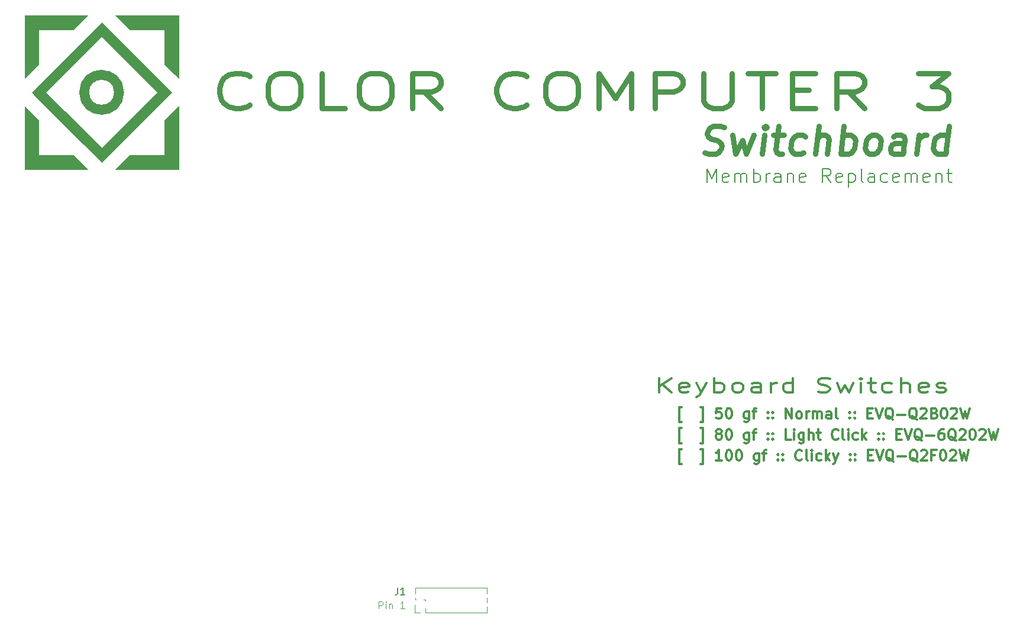
<source format=gto>
G04 #@! TF.GenerationSoftware,KiCad,Pcbnew,(5.1.10)-1*
G04 #@! TF.CreationDate,2021-10-26T21:43:45-04:00*
G04 #@! TF.ProjectId,CoCo3SwitchBoard,436f436f-3353-4776-9974-6368426f6172,1.0*
G04 #@! TF.SameCoordinates,Original*
G04 #@! TF.FileFunction,Legend,Top*
G04 #@! TF.FilePolarity,Positive*
%FSLAX46Y46*%
G04 Gerber Fmt 4.6, Leading zero omitted, Abs format (unit mm)*
G04 Created by KiCad (PCBNEW (5.1.10)-1) date 2021-10-26 21:43:45*
%MOMM*%
%LPD*%
G01*
G04 APERTURE LIST*
%ADD10C,0.125000*%
%ADD11C,0.300000*%
%ADD12C,0.100000*%
%ADD13C,1.400000*%
%ADD14C,0.150000*%
%ADD15C,0.800000*%
%ADD16C,0.120000*%
G04 APERTURE END LIST*
D10*
X129690476Y-3852380D02*
X129690476Y-2852380D01*
X130071428Y-2852380D01*
X130166666Y-2900000D01*
X130214285Y-2947619D01*
X130261904Y-3042857D01*
X130261904Y-3185714D01*
X130214285Y-3280952D01*
X130166666Y-3328571D01*
X130071428Y-3376190D01*
X129690476Y-3376190D01*
X130690476Y-3852380D02*
X130690476Y-3185714D01*
X130690476Y-2852380D02*
X130642857Y-2900000D01*
X130690476Y-2947619D01*
X130738095Y-2900000D01*
X130690476Y-2852380D01*
X130690476Y-2947619D01*
X131166666Y-3185714D02*
X131166666Y-3852380D01*
X131166666Y-3280952D02*
X131214285Y-3233333D01*
X131309523Y-3185714D01*
X131452380Y-3185714D01*
X131547619Y-3233333D01*
X131595238Y-3328571D01*
X131595238Y-3852380D01*
X133357142Y-3852380D02*
X132785714Y-3852380D01*
X133071428Y-3852380D02*
X133071428Y-2852380D01*
X132976190Y-2995238D01*
X132880952Y-3090476D01*
X132785714Y-3138095D01*
D11*
X172980714Y16821428D02*
X172623571Y16821428D01*
X172623571Y18964285D01*
X172980714Y18964285D01*
X175695000Y16821428D02*
X176052142Y16821428D01*
X176052142Y18964285D01*
X175695000Y18964285D01*
X178766428Y17321428D02*
X177909285Y17321428D01*
X178337857Y17321428D02*
X178337857Y18821428D01*
X178195000Y18607142D01*
X178052142Y18464285D01*
X177909285Y18392857D01*
X179695000Y18821428D02*
X179837857Y18821428D01*
X179980714Y18750000D01*
X180052142Y18678571D01*
X180123571Y18535714D01*
X180195000Y18250000D01*
X180195000Y17892857D01*
X180123571Y17607142D01*
X180052142Y17464285D01*
X179980714Y17392857D01*
X179837857Y17321428D01*
X179695000Y17321428D01*
X179552142Y17392857D01*
X179480714Y17464285D01*
X179409285Y17607142D01*
X179337857Y17892857D01*
X179337857Y18250000D01*
X179409285Y18535714D01*
X179480714Y18678571D01*
X179552142Y18750000D01*
X179695000Y18821428D01*
X181123571Y18821428D02*
X181266428Y18821428D01*
X181409285Y18750000D01*
X181480714Y18678571D01*
X181552142Y18535714D01*
X181623571Y18250000D01*
X181623571Y17892857D01*
X181552142Y17607142D01*
X181480714Y17464285D01*
X181409285Y17392857D01*
X181266428Y17321428D01*
X181123571Y17321428D01*
X180980714Y17392857D01*
X180909285Y17464285D01*
X180837857Y17607142D01*
X180766428Y17892857D01*
X180766428Y18250000D01*
X180837857Y18535714D01*
X180909285Y18678571D01*
X180980714Y18750000D01*
X181123571Y18821428D01*
X184052142Y18321428D02*
X184052142Y17107142D01*
X183980714Y16964285D01*
X183909285Y16892857D01*
X183766428Y16821428D01*
X183552142Y16821428D01*
X183409285Y16892857D01*
X184052142Y17392857D02*
X183909285Y17321428D01*
X183623571Y17321428D01*
X183480714Y17392857D01*
X183409285Y17464285D01*
X183337857Y17607142D01*
X183337857Y18035714D01*
X183409285Y18178571D01*
X183480714Y18250000D01*
X183623571Y18321428D01*
X183909285Y18321428D01*
X184052142Y18250000D01*
X184552142Y18321428D02*
X185123571Y18321428D01*
X184766428Y17321428D02*
X184766428Y18607142D01*
X184837857Y18750000D01*
X184980714Y18821428D01*
X185123571Y18821428D01*
X186766428Y17464285D02*
X186837857Y17392857D01*
X186766428Y17321428D01*
X186695000Y17392857D01*
X186766428Y17464285D01*
X186766428Y17321428D01*
X186766428Y18250000D02*
X186837857Y18178571D01*
X186766428Y18107142D01*
X186695000Y18178571D01*
X186766428Y18250000D01*
X186766428Y18107142D01*
X187480714Y17464285D02*
X187552142Y17392857D01*
X187480714Y17321428D01*
X187409285Y17392857D01*
X187480714Y17464285D01*
X187480714Y17321428D01*
X187480714Y18250000D02*
X187552142Y18178571D01*
X187480714Y18107142D01*
X187409285Y18178571D01*
X187480714Y18250000D01*
X187480714Y18107142D01*
X190195000Y17464285D02*
X190123571Y17392857D01*
X189909285Y17321428D01*
X189766428Y17321428D01*
X189552142Y17392857D01*
X189409285Y17535714D01*
X189337857Y17678571D01*
X189266428Y17964285D01*
X189266428Y18178571D01*
X189337857Y18464285D01*
X189409285Y18607142D01*
X189552142Y18750000D01*
X189766428Y18821428D01*
X189909285Y18821428D01*
X190123571Y18750000D01*
X190195000Y18678571D01*
X191052142Y17321428D02*
X190909285Y17392857D01*
X190837857Y17535714D01*
X190837857Y18821428D01*
X191623571Y17321428D02*
X191623571Y18321428D01*
X191623571Y18821428D02*
X191552142Y18750000D01*
X191623571Y18678571D01*
X191695000Y18750000D01*
X191623571Y18821428D01*
X191623571Y18678571D01*
X192980714Y17392857D02*
X192837857Y17321428D01*
X192552142Y17321428D01*
X192409285Y17392857D01*
X192337857Y17464285D01*
X192266428Y17607142D01*
X192266428Y18035714D01*
X192337857Y18178571D01*
X192409285Y18250000D01*
X192552142Y18321428D01*
X192837857Y18321428D01*
X192980714Y18250000D01*
X193623571Y17321428D02*
X193623571Y18821428D01*
X193766428Y17892857D02*
X194195000Y17321428D01*
X194195000Y18321428D02*
X193623571Y17750000D01*
X194695000Y18321428D02*
X195052142Y17321428D01*
X195409285Y18321428D02*
X195052142Y17321428D01*
X194909285Y16964285D01*
X194837857Y16892857D01*
X194695000Y16821428D01*
X197123571Y17464285D02*
X197195000Y17392857D01*
X197123571Y17321428D01*
X197052142Y17392857D01*
X197123571Y17464285D01*
X197123571Y17321428D01*
X197123571Y18250000D02*
X197195000Y18178571D01*
X197123571Y18107142D01*
X197052142Y18178571D01*
X197123571Y18250000D01*
X197123571Y18107142D01*
X197837857Y17464285D02*
X197909285Y17392857D01*
X197837857Y17321428D01*
X197766428Y17392857D01*
X197837857Y17464285D01*
X197837857Y17321428D01*
X197837857Y18250000D02*
X197909285Y18178571D01*
X197837857Y18107142D01*
X197766428Y18178571D01*
X197837857Y18250000D01*
X197837857Y18107142D01*
X199695000Y18107142D02*
X200195000Y18107142D01*
X200409285Y17321428D02*
X199695000Y17321428D01*
X199695000Y18821428D01*
X200409285Y18821428D01*
X200837857Y18821428D02*
X201337857Y17321428D01*
X201837857Y18821428D01*
X203337857Y17178571D02*
X203195000Y17250000D01*
X203052142Y17392857D01*
X202837857Y17607142D01*
X202695000Y17678571D01*
X202552142Y17678571D01*
X202623571Y17321428D02*
X202480714Y17392857D01*
X202337857Y17535714D01*
X202266428Y17821428D01*
X202266428Y18321428D01*
X202337857Y18607142D01*
X202480714Y18750000D01*
X202623571Y18821428D01*
X202909285Y18821428D01*
X203052142Y18750000D01*
X203195000Y18607142D01*
X203266428Y18321428D01*
X203266428Y17821428D01*
X203195000Y17535714D01*
X203052142Y17392857D01*
X202909285Y17321428D01*
X202623571Y17321428D01*
X203909285Y17892857D02*
X205052142Y17892857D01*
X206766428Y17178571D02*
X206623571Y17250000D01*
X206480714Y17392857D01*
X206266428Y17607142D01*
X206123571Y17678571D01*
X205980714Y17678571D01*
X206052142Y17321428D02*
X205909285Y17392857D01*
X205766428Y17535714D01*
X205695000Y17821428D01*
X205695000Y18321428D01*
X205766428Y18607142D01*
X205909285Y18750000D01*
X206052142Y18821428D01*
X206337857Y18821428D01*
X206480714Y18750000D01*
X206623571Y18607142D01*
X206695000Y18321428D01*
X206695000Y17821428D01*
X206623571Y17535714D01*
X206480714Y17392857D01*
X206337857Y17321428D01*
X206052142Y17321428D01*
X207266428Y18678571D02*
X207337857Y18750000D01*
X207480714Y18821428D01*
X207837857Y18821428D01*
X207980714Y18750000D01*
X208052142Y18678571D01*
X208123571Y18535714D01*
X208123571Y18392857D01*
X208052142Y18178571D01*
X207195000Y17321428D01*
X208123571Y17321428D01*
X209266428Y18107142D02*
X208766428Y18107142D01*
X208766428Y17321428D02*
X208766428Y18821428D01*
X209480714Y18821428D01*
X210337857Y18821428D02*
X210480714Y18821428D01*
X210623571Y18750000D01*
X210695000Y18678571D01*
X210766428Y18535714D01*
X210837857Y18250000D01*
X210837857Y17892857D01*
X210766428Y17607142D01*
X210695000Y17464285D01*
X210623571Y17392857D01*
X210480714Y17321428D01*
X210337857Y17321428D01*
X210195000Y17392857D01*
X210123571Y17464285D01*
X210052142Y17607142D01*
X209980714Y17892857D01*
X209980714Y18250000D01*
X210052142Y18535714D01*
X210123571Y18678571D01*
X210195000Y18750000D01*
X210337857Y18821428D01*
X211409285Y18678571D02*
X211480714Y18750000D01*
X211623571Y18821428D01*
X211980714Y18821428D01*
X212123571Y18750000D01*
X212195000Y18678571D01*
X212266428Y18535714D01*
X212266428Y18392857D01*
X212195000Y18178571D01*
X211337857Y17321428D01*
X212266428Y17321428D01*
X212766428Y18821428D02*
X213123571Y17321428D01*
X213409285Y18392857D01*
X213694999Y17321428D01*
X214052142Y18821428D01*
X172980714Y19821428D02*
X172623571Y19821428D01*
X172623571Y21964285D01*
X172980714Y21964285D01*
X175695000Y19821428D02*
X176052142Y19821428D01*
X176052142Y21964285D01*
X175695000Y21964285D01*
X178195000Y21178571D02*
X178052142Y21250000D01*
X177980714Y21321428D01*
X177909285Y21464285D01*
X177909285Y21535714D01*
X177980714Y21678571D01*
X178052142Y21750000D01*
X178195000Y21821428D01*
X178480714Y21821428D01*
X178623571Y21750000D01*
X178695000Y21678571D01*
X178766428Y21535714D01*
X178766428Y21464285D01*
X178695000Y21321428D01*
X178623571Y21250000D01*
X178480714Y21178571D01*
X178195000Y21178571D01*
X178052142Y21107142D01*
X177980714Y21035714D01*
X177909285Y20892857D01*
X177909285Y20607142D01*
X177980714Y20464285D01*
X178052142Y20392857D01*
X178195000Y20321428D01*
X178480714Y20321428D01*
X178623571Y20392857D01*
X178695000Y20464285D01*
X178766428Y20607142D01*
X178766428Y20892857D01*
X178695000Y21035714D01*
X178623571Y21107142D01*
X178480714Y21178571D01*
X179695000Y21821428D02*
X179837857Y21821428D01*
X179980714Y21750000D01*
X180052142Y21678571D01*
X180123571Y21535714D01*
X180195000Y21250000D01*
X180195000Y20892857D01*
X180123571Y20607142D01*
X180052142Y20464285D01*
X179980714Y20392857D01*
X179837857Y20321428D01*
X179695000Y20321428D01*
X179552142Y20392857D01*
X179480714Y20464285D01*
X179409285Y20607142D01*
X179337857Y20892857D01*
X179337857Y21250000D01*
X179409285Y21535714D01*
X179480714Y21678571D01*
X179552142Y21750000D01*
X179695000Y21821428D01*
X182623571Y21321428D02*
X182623571Y20107142D01*
X182552142Y19964285D01*
X182480714Y19892857D01*
X182337857Y19821428D01*
X182123571Y19821428D01*
X181980714Y19892857D01*
X182623571Y20392857D02*
X182480714Y20321428D01*
X182195000Y20321428D01*
X182052142Y20392857D01*
X181980714Y20464285D01*
X181909285Y20607142D01*
X181909285Y21035714D01*
X181980714Y21178571D01*
X182052142Y21250000D01*
X182195000Y21321428D01*
X182480714Y21321428D01*
X182623571Y21250000D01*
X183123571Y21321428D02*
X183695000Y21321428D01*
X183337857Y20321428D02*
X183337857Y21607142D01*
X183409285Y21750000D01*
X183552142Y21821428D01*
X183695000Y21821428D01*
X185337857Y20464285D02*
X185409285Y20392857D01*
X185337857Y20321428D01*
X185266428Y20392857D01*
X185337857Y20464285D01*
X185337857Y20321428D01*
X185337857Y21250000D02*
X185409285Y21178571D01*
X185337857Y21107142D01*
X185266428Y21178571D01*
X185337857Y21250000D01*
X185337857Y21107142D01*
X186052142Y20464285D02*
X186123571Y20392857D01*
X186052142Y20321428D01*
X185980714Y20392857D01*
X186052142Y20464285D01*
X186052142Y20321428D01*
X186052142Y21250000D02*
X186123571Y21178571D01*
X186052142Y21107142D01*
X185980714Y21178571D01*
X186052142Y21250000D01*
X186052142Y21107142D01*
X188623571Y20321428D02*
X187909285Y20321428D01*
X187909285Y21821428D01*
X189123571Y20321428D02*
X189123571Y21321428D01*
X189123571Y21821428D02*
X189052142Y21750000D01*
X189123571Y21678571D01*
X189195000Y21750000D01*
X189123571Y21821428D01*
X189123571Y21678571D01*
X190480714Y21321428D02*
X190480714Y20107142D01*
X190409285Y19964285D01*
X190337857Y19892857D01*
X190195000Y19821428D01*
X189980714Y19821428D01*
X189837857Y19892857D01*
X190480714Y20392857D02*
X190337857Y20321428D01*
X190052142Y20321428D01*
X189909285Y20392857D01*
X189837857Y20464285D01*
X189766428Y20607142D01*
X189766428Y21035714D01*
X189837857Y21178571D01*
X189909285Y21250000D01*
X190052142Y21321428D01*
X190337857Y21321428D01*
X190480714Y21250000D01*
X191195000Y20321428D02*
X191195000Y21821428D01*
X191837857Y20321428D02*
X191837857Y21107142D01*
X191766428Y21250000D01*
X191623571Y21321428D01*
X191409285Y21321428D01*
X191266428Y21250000D01*
X191195000Y21178571D01*
X192337857Y21321428D02*
X192909285Y21321428D01*
X192552142Y21821428D02*
X192552142Y20535714D01*
X192623571Y20392857D01*
X192766428Y20321428D01*
X192909285Y20321428D01*
X195409285Y20464285D02*
X195337857Y20392857D01*
X195123571Y20321428D01*
X194980714Y20321428D01*
X194766428Y20392857D01*
X194623571Y20535714D01*
X194552142Y20678571D01*
X194480714Y20964285D01*
X194480714Y21178571D01*
X194552142Y21464285D01*
X194623571Y21607142D01*
X194766428Y21750000D01*
X194980714Y21821428D01*
X195123571Y21821428D01*
X195337857Y21750000D01*
X195409285Y21678571D01*
X196266428Y20321428D02*
X196123571Y20392857D01*
X196052142Y20535714D01*
X196052142Y21821428D01*
X196837857Y20321428D02*
X196837857Y21321428D01*
X196837857Y21821428D02*
X196766428Y21750000D01*
X196837857Y21678571D01*
X196909285Y21750000D01*
X196837857Y21821428D01*
X196837857Y21678571D01*
X198195000Y20392857D02*
X198052142Y20321428D01*
X197766428Y20321428D01*
X197623571Y20392857D01*
X197552142Y20464285D01*
X197480714Y20607142D01*
X197480714Y21035714D01*
X197552142Y21178571D01*
X197623571Y21250000D01*
X197766428Y21321428D01*
X198052142Y21321428D01*
X198195000Y21250000D01*
X198837857Y20321428D02*
X198837857Y21821428D01*
X198980714Y20892857D02*
X199409285Y20321428D01*
X199409285Y21321428D02*
X198837857Y20750000D01*
X201195000Y20464285D02*
X201266428Y20392857D01*
X201195000Y20321428D01*
X201123571Y20392857D01*
X201195000Y20464285D01*
X201195000Y20321428D01*
X201195000Y21250000D02*
X201266428Y21178571D01*
X201195000Y21107142D01*
X201123571Y21178571D01*
X201195000Y21250000D01*
X201195000Y21107142D01*
X201909285Y20464285D02*
X201980714Y20392857D01*
X201909285Y20321428D01*
X201837857Y20392857D01*
X201909285Y20464285D01*
X201909285Y20321428D01*
X201909285Y21250000D02*
X201980714Y21178571D01*
X201909285Y21107142D01*
X201837857Y21178571D01*
X201909285Y21250000D01*
X201909285Y21107142D01*
X203766428Y21107142D02*
X204266428Y21107142D01*
X204480714Y20321428D02*
X203766428Y20321428D01*
X203766428Y21821428D01*
X204480714Y21821428D01*
X204909285Y21821428D02*
X205409285Y20321428D01*
X205909285Y21821428D01*
X207409285Y20178571D02*
X207266428Y20250000D01*
X207123571Y20392857D01*
X206909285Y20607142D01*
X206766428Y20678571D01*
X206623571Y20678571D01*
X206695000Y20321428D02*
X206552142Y20392857D01*
X206409285Y20535714D01*
X206337857Y20821428D01*
X206337857Y21321428D01*
X206409285Y21607142D01*
X206552142Y21750000D01*
X206695000Y21821428D01*
X206980714Y21821428D01*
X207123571Y21750000D01*
X207266428Y21607142D01*
X207337857Y21321428D01*
X207337857Y20821428D01*
X207266428Y20535714D01*
X207123571Y20392857D01*
X206980714Y20321428D01*
X206695000Y20321428D01*
X207980714Y20892857D02*
X209123571Y20892857D01*
X210480714Y21821428D02*
X210195000Y21821428D01*
X210052142Y21750000D01*
X209980714Y21678571D01*
X209837857Y21464285D01*
X209766428Y21178571D01*
X209766428Y20607142D01*
X209837857Y20464285D01*
X209909285Y20392857D01*
X210052142Y20321428D01*
X210337857Y20321428D01*
X210480714Y20392857D01*
X210552142Y20464285D01*
X210623571Y20607142D01*
X210623571Y20964285D01*
X210552142Y21107142D01*
X210480714Y21178571D01*
X210337857Y21250000D01*
X210052142Y21250000D01*
X209909285Y21178571D01*
X209837857Y21107142D01*
X209766428Y20964285D01*
X212266428Y20178571D02*
X212123571Y20250000D01*
X211980714Y20392857D01*
X211766428Y20607142D01*
X211623571Y20678571D01*
X211480714Y20678571D01*
X211552142Y20321428D02*
X211409285Y20392857D01*
X211266428Y20535714D01*
X211195000Y20821428D01*
X211195000Y21321428D01*
X211266428Y21607142D01*
X211409285Y21750000D01*
X211552142Y21821428D01*
X211837857Y21821428D01*
X211980714Y21750000D01*
X212123571Y21607142D01*
X212195000Y21321428D01*
X212195000Y20821428D01*
X212123571Y20535714D01*
X211980714Y20392857D01*
X211837857Y20321428D01*
X211552142Y20321428D01*
X212766428Y21678571D02*
X212837857Y21750000D01*
X212980714Y21821428D01*
X213337857Y21821428D01*
X213480714Y21750000D01*
X213552142Y21678571D01*
X213623571Y21535714D01*
X213623571Y21392857D01*
X213552142Y21178571D01*
X212695000Y20321428D01*
X213623571Y20321428D01*
X214552142Y21821428D02*
X214695000Y21821428D01*
X214837857Y21750000D01*
X214909285Y21678571D01*
X214980714Y21535714D01*
X215052142Y21250000D01*
X215052142Y20892857D01*
X214980714Y20607142D01*
X214909285Y20464285D01*
X214837857Y20392857D01*
X214695000Y20321428D01*
X214552142Y20321428D01*
X214409285Y20392857D01*
X214337857Y20464285D01*
X214266428Y20607142D01*
X214195000Y20892857D01*
X214195000Y21250000D01*
X214266428Y21535714D01*
X214337857Y21678571D01*
X214409285Y21750000D01*
X214552142Y21821428D01*
X215623571Y21678571D02*
X215695000Y21750000D01*
X215837857Y21821428D01*
X216195000Y21821428D01*
X216337857Y21750000D01*
X216409285Y21678571D01*
X216480714Y21535714D01*
X216480714Y21392857D01*
X216409285Y21178571D01*
X215552142Y20321428D01*
X216480714Y20321428D01*
X216980714Y21821428D02*
X217337857Y20321428D01*
X217623571Y21392857D01*
X217909285Y20321428D01*
X218266428Y21821428D01*
X172980714Y22821428D02*
X172623571Y22821428D01*
X172623571Y24964285D01*
X172980714Y24964285D01*
X175695000Y22821428D02*
X176052142Y22821428D01*
X176052142Y24964285D01*
X175695000Y24964285D01*
X178695000Y24821428D02*
X177980714Y24821428D01*
X177909285Y24107142D01*
X177980714Y24178571D01*
X178123571Y24250000D01*
X178480714Y24250000D01*
X178623571Y24178571D01*
X178695000Y24107142D01*
X178766428Y23964285D01*
X178766428Y23607142D01*
X178695000Y23464285D01*
X178623571Y23392857D01*
X178480714Y23321428D01*
X178123571Y23321428D01*
X177980714Y23392857D01*
X177909285Y23464285D01*
X179695000Y24821428D02*
X179837857Y24821428D01*
X179980714Y24750000D01*
X180052142Y24678571D01*
X180123571Y24535714D01*
X180195000Y24250000D01*
X180195000Y23892857D01*
X180123571Y23607142D01*
X180052142Y23464285D01*
X179980714Y23392857D01*
X179837857Y23321428D01*
X179695000Y23321428D01*
X179552142Y23392857D01*
X179480714Y23464285D01*
X179409285Y23607142D01*
X179337857Y23892857D01*
X179337857Y24250000D01*
X179409285Y24535714D01*
X179480714Y24678571D01*
X179552142Y24750000D01*
X179695000Y24821428D01*
X182623571Y24321428D02*
X182623571Y23107142D01*
X182552142Y22964285D01*
X182480714Y22892857D01*
X182337857Y22821428D01*
X182123571Y22821428D01*
X181980714Y22892857D01*
X182623571Y23392857D02*
X182480714Y23321428D01*
X182195000Y23321428D01*
X182052142Y23392857D01*
X181980714Y23464285D01*
X181909285Y23607142D01*
X181909285Y24035714D01*
X181980714Y24178571D01*
X182052142Y24250000D01*
X182195000Y24321428D01*
X182480714Y24321428D01*
X182623571Y24250000D01*
X183123571Y24321428D02*
X183695000Y24321428D01*
X183337857Y23321428D02*
X183337857Y24607142D01*
X183409285Y24750000D01*
X183552142Y24821428D01*
X183695000Y24821428D01*
X185337857Y23464285D02*
X185409285Y23392857D01*
X185337857Y23321428D01*
X185266428Y23392857D01*
X185337857Y23464285D01*
X185337857Y23321428D01*
X185337857Y24250000D02*
X185409285Y24178571D01*
X185337857Y24107142D01*
X185266428Y24178571D01*
X185337857Y24250000D01*
X185337857Y24107142D01*
X186052142Y23464285D02*
X186123571Y23392857D01*
X186052142Y23321428D01*
X185980714Y23392857D01*
X186052142Y23464285D01*
X186052142Y23321428D01*
X186052142Y24250000D02*
X186123571Y24178571D01*
X186052142Y24107142D01*
X185980714Y24178571D01*
X186052142Y24250000D01*
X186052142Y24107142D01*
X187909285Y23321428D02*
X187909285Y24821428D01*
X188766428Y23321428D01*
X188766428Y24821428D01*
X189695000Y23321428D02*
X189552142Y23392857D01*
X189480714Y23464285D01*
X189409285Y23607142D01*
X189409285Y24035714D01*
X189480714Y24178571D01*
X189552142Y24250000D01*
X189695000Y24321428D01*
X189909285Y24321428D01*
X190052142Y24250000D01*
X190123571Y24178571D01*
X190195000Y24035714D01*
X190195000Y23607142D01*
X190123571Y23464285D01*
X190052142Y23392857D01*
X189909285Y23321428D01*
X189695000Y23321428D01*
X190837857Y23321428D02*
X190837857Y24321428D01*
X190837857Y24035714D02*
X190909285Y24178571D01*
X190980714Y24250000D01*
X191123571Y24321428D01*
X191266428Y24321428D01*
X191766428Y23321428D02*
X191766428Y24321428D01*
X191766428Y24178571D02*
X191837857Y24250000D01*
X191980714Y24321428D01*
X192195000Y24321428D01*
X192337857Y24250000D01*
X192409285Y24107142D01*
X192409285Y23321428D01*
X192409285Y24107142D02*
X192480714Y24250000D01*
X192623571Y24321428D01*
X192837857Y24321428D01*
X192980714Y24250000D01*
X193052142Y24107142D01*
X193052142Y23321428D01*
X194409285Y23321428D02*
X194409285Y24107142D01*
X194337857Y24250000D01*
X194195000Y24321428D01*
X193909285Y24321428D01*
X193766428Y24250000D01*
X194409285Y23392857D02*
X194266428Y23321428D01*
X193909285Y23321428D01*
X193766428Y23392857D01*
X193695000Y23535714D01*
X193695000Y23678571D01*
X193766428Y23821428D01*
X193909285Y23892857D01*
X194266428Y23892857D01*
X194409285Y23964285D01*
X195337857Y23321428D02*
X195195000Y23392857D01*
X195123571Y23535714D01*
X195123571Y24821428D01*
X197052142Y23464285D02*
X197123571Y23392857D01*
X197052142Y23321428D01*
X196980714Y23392857D01*
X197052142Y23464285D01*
X197052142Y23321428D01*
X197052142Y24250000D02*
X197123571Y24178571D01*
X197052142Y24107142D01*
X196980714Y24178571D01*
X197052142Y24250000D01*
X197052142Y24107142D01*
X197766428Y23464285D02*
X197837857Y23392857D01*
X197766428Y23321428D01*
X197695000Y23392857D01*
X197766428Y23464285D01*
X197766428Y23321428D01*
X197766428Y24250000D02*
X197837857Y24178571D01*
X197766428Y24107142D01*
X197695000Y24178571D01*
X197766428Y24250000D01*
X197766428Y24107142D01*
X199623571Y24107142D02*
X200123571Y24107142D01*
X200337857Y23321428D02*
X199623571Y23321428D01*
X199623571Y24821428D01*
X200337857Y24821428D01*
X200766428Y24821428D02*
X201266428Y23321428D01*
X201766428Y24821428D01*
X203266428Y23178571D02*
X203123571Y23250000D01*
X202980714Y23392857D01*
X202766428Y23607142D01*
X202623571Y23678571D01*
X202480714Y23678571D01*
X202552142Y23321428D02*
X202409285Y23392857D01*
X202266428Y23535714D01*
X202195000Y23821428D01*
X202195000Y24321428D01*
X202266428Y24607142D01*
X202409285Y24750000D01*
X202552142Y24821428D01*
X202837857Y24821428D01*
X202980714Y24750000D01*
X203123571Y24607142D01*
X203195000Y24321428D01*
X203195000Y23821428D01*
X203123571Y23535714D01*
X202980714Y23392857D01*
X202837857Y23321428D01*
X202552142Y23321428D01*
X203837857Y23892857D02*
X204980714Y23892857D01*
X206695000Y23178571D02*
X206552142Y23250000D01*
X206409285Y23392857D01*
X206195000Y23607142D01*
X206052142Y23678571D01*
X205909285Y23678571D01*
X205980714Y23321428D02*
X205837857Y23392857D01*
X205695000Y23535714D01*
X205623571Y23821428D01*
X205623571Y24321428D01*
X205695000Y24607142D01*
X205837857Y24750000D01*
X205980714Y24821428D01*
X206266428Y24821428D01*
X206409285Y24750000D01*
X206552142Y24607142D01*
X206623571Y24321428D01*
X206623571Y23821428D01*
X206552142Y23535714D01*
X206409285Y23392857D01*
X206266428Y23321428D01*
X205980714Y23321428D01*
X207195000Y24678571D02*
X207266428Y24750000D01*
X207409285Y24821428D01*
X207766428Y24821428D01*
X207909285Y24750000D01*
X207980714Y24678571D01*
X208052142Y24535714D01*
X208052142Y24392857D01*
X207980714Y24178571D01*
X207123571Y23321428D01*
X208052142Y23321428D01*
X209195000Y24107142D02*
X209409285Y24035714D01*
X209480714Y23964285D01*
X209552142Y23821428D01*
X209552142Y23607142D01*
X209480714Y23464285D01*
X209409285Y23392857D01*
X209266428Y23321428D01*
X208695000Y23321428D01*
X208695000Y24821428D01*
X209195000Y24821428D01*
X209337857Y24750000D01*
X209409285Y24678571D01*
X209480714Y24535714D01*
X209480714Y24392857D01*
X209409285Y24250000D01*
X209337857Y24178571D01*
X209195000Y24107142D01*
X208695000Y24107142D01*
X210480714Y24821428D02*
X210623571Y24821428D01*
X210766428Y24750000D01*
X210837857Y24678571D01*
X210909285Y24535714D01*
X210980714Y24250000D01*
X210980714Y23892857D01*
X210909285Y23607142D01*
X210837857Y23464285D01*
X210766428Y23392857D01*
X210623571Y23321428D01*
X210480714Y23321428D01*
X210337857Y23392857D01*
X210266428Y23464285D01*
X210195000Y23607142D01*
X210123571Y23892857D01*
X210123571Y24250000D01*
X210195000Y24535714D01*
X210266428Y24678571D01*
X210337857Y24750000D01*
X210480714Y24821428D01*
X211552142Y24678571D02*
X211623571Y24750000D01*
X211766428Y24821428D01*
X212123571Y24821428D01*
X212266428Y24750000D01*
X212337857Y24678571D01*
X212409285Y24535714D01*
X212409285Y24392857D01*
X212337857Y24178571D01*
X211480714Y23321428D01*
X212409285Y23321428D01*
X212909285Y24821428D02*
X213266428Y23321428D01*
X213552142Y24392857D01*
X213837857Y23321428D01*
X214195000Y24821428D01*
X169809285Y27095238D02*
X169809285Y29095238D01*
X171523571Y27095238D02*
X170237857Y28238095D01*
X171523571Y29095238D02*
X169809285Y27952380D01*
X173952142Y27190476D02*
X173666428Y27095238D01*
X173095000Y27095238D01*
X172809285Y27190476D01*
X172666428Y27380952D01*
X172666428Y28142857D01*
X172809285Y28333333D01*
X173095000Y28428571D01*
X173666428Y28428571D01*
X173952142Y28333333D01*
X174095000Y28142857D01*
X174095000Y27952380D01*
X172666428Y27761904D01*
X175095000Y28428571D02*
X175809285Y27095238D01*
X176523571Y28428571D02*
X175809285Y27095238D01*
X175523571Y26619047D01*
X175380714Y26523809D01*
X175095000Y26428571D01*
X177666428Y27095238D02*
X177666428Y29095238D01*
X177666428Y28333333D02*
X177952142Y28428571D01*
X178523571Y28428571D01*
X178809285Y28333333D01*
X178952142Y28238095D01*
X179095000Y28047619D01*
X179095000Y27476190D01*
X178952142Y27285714D01*
X178809285Y27190476D01*
X178523571Y27095238D01*
X177952142Y27095238D01*
X177666428Y27190476D01*
X180809285Y27095238D02*
X180523571Y27190476D01*
X180380714Y27285714D01*
X180237857Y27476190D01*
X180237857Y28047619D01*
X180380714Y28238095D01*
X180523571Y28333333D01*
X180809285Y28428571D01*
X181237857Y28428571D01*
X181523571Y28333333D01*
X181666428Y28238095D01*
X181809285Y28047619D01*
X181809285Y27476190D01*
X181666428Y27285714D01*
X181523571Y27190476D01*
X181237857Y27095238D01*
X180809285Y27095238D01*
X184380714Y27095238D02*
X184380714Y28142857D01*
X184237857Y28333333D01*
X183952142Y28428571D01*
X183380714Y28428571D01*
X183095000Y28333333D01*
X184380714Y27190476D02*
X184095000Y27095238D01*
X183380714Y27095238D01*
X183095000Y27190476D01*
X182952142Y27380952D01*
X182952142Y27571428D01*
X183095000Y27761904D01*
X183380714Y27857142D01*
X184095000Y27857142D01*
X184380714Y27952380D01*
X185809285Y27095238D02*
X185809285Y28428571D01*
X185809285Y28047619D02*
X185952142Y28238095D01*
X186095000Y28333333D01*
X186380714Y28428571D01*
X186666428Y28428571D01*
X188952142Y27095238D02*
X188952142Y29095238D01*
X188952142Y27190476D02*
X188666428Y27095238D01*
X188095000Y27095238D01*
X187809285Y27190476D01*
X187666428Y27285714D01*
X187523571Y27476190D01*
X187523571Y28047619D01*
X187666428Y28238095D01*
X187809285Y28333333D01*
X188095000Y28428571D01*
X188666428Y28428571D01*
X188952142Y28333333D01*
X192523571Y27190476D02*
X192952142Y27095238D01*
X193666428Y27095238D01*
X193952142Y27190476D01*
X194095000Y27285714D01*
X194237857Y27476190D01*
X194237857Y27666666D01*
X194095000Y27857142D01*
X193952142Y27952380D01*
X193666428Y28047619D01*
X193095000Y28142857D01*
X192809285Y28238095D01*
X192666428Y28333333D01*
X192523571Y28523809D01*
X192523571Y28714285D01*
X192666428Y28904761D01*
X192809285Y29000000D01*
X193095000Y29095238D01*
X193809285Y29095238D01*
X194237857Y29000000D01*
X195237857Y28428571D02*
X195809285Y27095238D01*
X196380714Y28047619D01*
X196952142Y27095238D01*
X197523571Y28428571D01*
X198666428Y27095238D02*
X198666428Y28428571D01*
X198666428Y29095238D02*
X198523571Y29000000D01*
X198666428Y28904761D01*
X198809285Y29000000D01*
X198666428Y29095238D01*
X198666428Y28904761D01*
X199666428Y28428571D02*
X200809285Y28428571D01*
X200095000Y29095238D02*
X200095000Y27380952D01*
X200237857Y27190476D01*
X200523571Y27095238D01*
X200809285Y27095238D01*
X203095000Y27190476D02*
X202809285Y27095238D01*
X202237857Y27095238D01*
X201952142Y27190476D01*
X201809285Y27285714D01*
X201666428Y27476190D01*
X201666428Y28047619D01*
X201809285Y28238095D01*
X201952142Y28333333D01*
X202237857Y28428571D01*
X202809285Y28428571D01*
X203095000Y28333333D01*
X204380714Y27095238D02*
X204380714Y29095238D01*
X205666428Y27095238D02*
X205666428Y28142857D01*
X205523571Y28333333D01*
X205237857Y28428571D01*
X204809285Y28428571D01*
X204523571Y28333333D01*
X204380714Y28238095D01*
X208237857Y27190476D02*
X207952142Y27095238D01*
X207380714Y27095238D01*
X207095000Y27190476D01*
X206952142Y27380952D01*
X206952142Y28142857D01*
X207095000Y28333333D01*
X207380714Y28428571D01*
X207952142Y28428571D01*
X208237857Y28333333D01*
X208380714Y28142857D01*
X208380714Y27952380D01*
X206952142Y27761904D01*
X209523571Y27190476D02*
X209809285Y27095238D01*
X210380714Y27095238D01*
X210666428Y27190476D01*
X210809285Y27380952D01*
X210809285Y27476190D01*
X210666428Y27666666D01*
X210380714Y27761904D01*
X209952142Y27761904D01*
X209666428Y27857142D01*
X209523571Y28047619D01*
X209523571Y28142857D01*
X209666428Y28333333D01*
X209952142Y28428571D01*
X210380714Y28428571D01*
X210666428Y28333333D01*
D12*
G36*
X101000000Y59000000D02*
G01*
X92000000Y59000000D01*
X94000000Y61000000D01*
X99000000Y61000000D01*
X99000000Y66000000D01*
X101000000Y68000000D01*
X101000000Y59000000D01*
G37*
X101000000Y59000000D02*
X92000000Y59000000D01*
X94000000Y61000000D01*
X99000000Y61000000D01*
X99000000Y66000000D01*
X101000000Y68000000D01*
X101000000Y59000000D01*
G36*
X81000000Y66000000D02*
G01*
X81000000Y61000000D01*
X86000000Y61000000D01*
X88000000Y59000000D01*
X79000000Y59000000D01*
X79000000Y68000000D01*
X81000000Y66000000D01*
G37*
X81000000Y66000000D02*
X81000000Y61000000D01*
X86000000Y61000000D01*
X88000000Y59000000D01*
X79000000Y59000000D01*
X79000000Y68000000D01*
X81000000Y66000000D01*
G36*
X86000000Y79000000D02*
G01*
X81000000Y79000000D01*
X81000000Y74000000D01*
X79000000Y72000000D01*
X79000000Y81000000D01*
X88000000Y81000000D01*
X86000000Y79000000D01*
G37*
X86000000Y79000000D02*
X81000000Y79000000D01*
X81000000Y74000000D01*
X79000000Y72000000D01*
X79000000Y81000000D01*
X88000000Y81000000D01*
X86000000Y79000000D01*
G36*
X101000000Y72000000D02*
G01*
X99000000Y74000000D01*
X99000000Y79000000D01*
X94000000Y79000000D01*
X92000000Y81000000D01*
X101000000Y81000000D01*
X101000000Y72000000D01*
G37*
X101000000Y72000000D02*
X99000000Y74000000D01*
X99000000Y79000000D01*
X94000000Y79000000D01*
X92000000Y81000000D01*
X101000000Y81000000D01*
X101000000Y72000000D01*
G36*
X99000000Y69000000D02*
G01*
X91000000Y61000000D01*
X90000000Y62000000D01*
X98000000Y70000000D01*
X99000000Y69000000D01*
G37*
X99000000Y69000000D02*
X91000000Y61000000D01*
X90000000Y62000000D01*
X98000000Y70000000D01*
X99000000Y69000000D01*
G36*
X91000000Y61000000D02*
G01*
X90000000Y60000000D01*
X81000000Y69000000D01*
X82000000Y70000000D01*
X91000000Y61000000D01*
G37*
X91000000Y61000000D02*
X90000000Y60000000D01*
X81000000Y69000000D01*
X82000000Y70000000D01*
X91000000Y61000000D01*
G36*
X90000000Y78000000D02*
G01*
X81000000Y69000000D01*
X80000000Y70000000D01*
X89000000Y79000000D01*
X90000000Y78000000D01*
G37*
X90000000Y78000000D02*
X81000000Y69000000D01*
X80000000Y70000000D01*
X89000000Y79000000D01*
X90000000Y78000000D01*
G36*
X100000000Y70000000D02*
G01*
X99000000Y69000000D01*
X89000000Y79000000D01*
X90000000Y80000000D01*
X100000000Y70000000D01*
G37*
X100000000Y70000000D02*
X99000000Y69000000D01*
X89000000Y79000000D01*
X90000000Y80000000D01*
X100000000Y70000000D01*
D13*
X92500000Y70000000D02*
G75*
G03*
X92500000Y70000000I-2500000J0D01*
G01*
D14*
X176619047Y57095238D02*
X176619047Y59095238D01*
X177285714Y57666666D01*
X177952380Y59095238D01*
X177952380Y57095238D01*
X179666666Y57190476D02*
X179476190Y57095238D01*
X179095238Y57095238D01*
X178904761Y57190476D01*
X178809523Y57380952D01*
X178809523Y58142857D01*
X178904761Y58333333D01*
X179095238Y58428571D01*
X179476190Y58428571D01*
X179666666Y58333333D01*
X179761904Y58142857D01*
X179761904Y57952380D01*
X178809523Y57761904D01*
X180619047Y57095238D02*
X180619047Y58428571D01*
X180619047Y58238095D02*
X180714285Y58333333D01*
X180904761Y58428571D01*
X181190476Y58428571D01*
X181380952Y58333333D01*
X181476190Y58142857D01*
X181476190Y57095238D01*
X181476190Y58142857D02*
X181571428Y58333333D01*
X181761904Y58428571D01*
X182047619Y58428571D01*
X182238095Y58333333D01*
X182333333Y58142857D01*
X182333333Y57095238D01*
X183285714Y57095238D02*
X183285714Y59095238D01*
X183285714Y58333333D02*
X183476190Y58428571D01*
X183857142Y58428571D01*
X184047619Y58333333D01*
X184142857Y58238095D01*
X184238095Y58047619D01*
X184238095Y57476190D01*
X184142857Y57285714D01*
X184047619Y57190476D01*
X183857142Y57095238D01*
X183476190Y57095238D01*
X183285714Y57190476D01*
X185095238Y57095238D02*
X185095238Y58428571D01*
X185095238Y58047619D02*
X185190476Y58238095D01*
X185285714Y58333333D01*
X185476190Y58428571D01*
X185666666Y58428571D01*
X187190476Y57095238D02*
X187190476Y58142857D01*
X187095238Y58333333D01*
X186904761Y58428571D01*
X186523809Y58428571D01*
X186333333Y58333333D01*
X187190476Y57190476D02*
X187000000Y57095238D01*
X186523809Y57095238D01*
X186333333Y57190476D01*
X186238095Y57380952D01*
X186238095Y57571428D01*
X186333333Y57761904D01*
X186523809Y57857142D01*
X187000000Y57857142D01*
X187190476Y57952380D01*
X188142857Y58428571D02*
X188142857Y57095238D01*
X188142857Y58238095D02*
X188238095Y58333333D01*
X188428571Y58428571D01*
X188714285Y58428571D01*
X188904761Y58333333D01*
X189000000Y58142857D01*
X189000000Y57095238D01*
X190714285Y57190476D02*
X190523809Y57095238D01*
X190142857Y57095238D01*
X189952380Y57190476D01*
X189857142Y57380952D01*
X189857142Y58142857D01*
X189952380Y58333333D01*
X190142857Y58428571D01*
X190523809Y58428571D01*
X190714285Y58333333D01*
X190809523Y58142857D01*
X190809523Y57952380D01*
X189857142Y57761904D01*
X194333333Y57095238D02*
X193666666Y58047619D01*
X193190476Y57095238D02*
X193190476Y59095238D01*
X193952380Y59095238D01*
X194142857Y59000000D01*
X194238095Y58904761D01*
X194333333Y58714285D01*
X194333333Y58428571D01*
X194238095Y58238095D01*
X194142857Y58142857D01*
X193952380Y58047619D01*
X193190476Y58047619D01*
X195952380Y57190476D02*
X195761904Y57095238D01*
X195380952Y57095238D01*
X195190476Y57190476D01*
X195095238Y57380952D01*
X195095238Y58142857D01*
X195190476Y58333333D01*
X195380952Y58428571D01*
X195761904Y58428571D01*
X195952380Y58333333D01*
X196047619Y58142857D01*
X196047619Y57952380D01*
X195095238Y57761904D01*
X196904761Y58428571D02*
X196904761Y56428571D01*
X196904761Y58333333D02*
X197095238Y58428571D01*
X197476190Y58428571D01*
X197666666Y58333333D01*
X197761904Y58238095D01*
X197857142Y58047619D01*
X197857142Y57476190D01*
X197761904Y57285714D01*
X197666666Y57190476D01*
X197476190Y57095238D01*
X197095238Y57095238D01*
X196904761Y57190476D01*
X199000000Y57095238D02*
X198809523Y57190476D01*
X198714285Y57380952D01*
X198714285Y59095238D01*
X200619047Y57095238D02*
X200619047Y58142857D01*
X200523809Y58333333D01*
X200333333Y58428571D01*
X199952380Y58428571D01*
X199761904Y58333333D01*
X200619047Y57190476D02*
X200428571Y57095238D01*
X199952380Y57095238D01*
X199761904Y57190476D01*
X199666666Y57380952D01*
X199666666Y57571428D01*
X199761904Y57761904D01*
X199952380Y57857142D01*
X200428571Y57857142D01*
X200619047Y57952380D01*
X202428571Y57190476D02*
X202238095Y57095238D01*
X201857142Y57095238D01*
X201666666Y57190476D01*
X201571428Y57285714D01*
X201476190Y57476190D01*
X201476190Y58047619D01*
X201571428Y58238095D01*
X201666666Y58333333D01*
X201857142Y58428571D01*
X202238095Y58428571D01*
X202428571Y58333333D01*
X204047619Y57190476D02*
X203857142Y57095238D01*
X203476190Y57095238D01*
X203285714Y57190476D01*
X203190476Y57380952D01*
X203190476Y58142857D01*
X203285714Y58333333D01*
X203476190Y58428571D01*
X203857142Y58428571D01*
X204047619Y58333333D01*
X204142857Y58142857D01*
X204142857Y57952380D01*
X203190476Y57761904D01*
X205000000Y57095238D02*
X205000000Y58428571D01*
X205000000Y58238095D02*
X205095238Y58333333D01*
X205285714Y58428571D01*
X205571428Y58428571D01*
X205761904Y58333333D01*
X205857142Y58142857D01*
X205857142Y57095238D01*
X205857142Y58142857D02*
X205952380Y58333333D01*
X206142857Y58428571D01*
X206428571Y58428571D01*
X206619047Y58333333D01*
X206714285Y58142857D01*
X206714285Y57095238D01*
X208428571Y57190476D02*
X208238095Y57095238D01*
X207857142Y57095238D01*
X207666666Y57190476D01*
X207571428Y57380952D01*
X207571428Y58142857D01*
X207666666Y58333333D01*
X207857142Y58428571D01*
X208238095Y58428571D01*
X208428571Y58333333D01*
X208523809Y58142857D01*
X208523809Y57952380D01*
X207571428Y57761904D01*
X209380952Y58428571D02*
X209380952Y57095238D01*
X209380952Y58238095D02*
X209476190Y58333333D01*
X209666666Y58428571D01*
X209952380Y58428571D01*
X210142857Y58333333D01*
X210238095Y58142857D01*
X210238095Y57095238D01*
X210904761Y58428571D02*
X211666666Y58428571D01*
X211190476Y59095238D02*
X211190476Y57380952D01*
X211285714Y57190476D01*
X211476190Y57095238D01*
X211666666Y57095238D01*
D15*
X111166666Y68214285D02*
X110833333Y67976190D01*
X109833333Y67738095D01*
X109166666Y67738095D01*
X108166666Y67976190D01*
X107500000Y68452380D01*
X107166666Y68928571D01*
X106833333Y69880952D01*
X106833333Y70595238D01*
X107166666Y71547619D01*
X107500000Y72023809D01*
X108166666Y72500000D01*
X109166666Y72738095D01*
X109833333Y72738095D01*
X110833333Y72500000D01*
X111166666Y72261904D01*
X115500000Y72738095D02*
X116833333Y72738095D01*
X117500000Y72500000D01*
X118166666Y72023809D01*
X118500000Y71071428D01*
X118500000Y69404761D01*
X118166666Y68452380D01*
X117500000Y67976190D01*
X116833333Y67738095D01*
X115500000Y67738095D01*
X114833333Y67976190D01*
X114166666Y68452380D01*
X113833333Y69404761D01*
X113833333Y71071428D01*
X114166666Y72023809D01*
X114833333Y72500000D01*
X115500000Y72738095D01*
X124833333Y67738095D02*
X121500000Y67738095D01*
X121500000Y72738095D01*
X128500000Y72738095D02*
X129833333Y72738095D01*
X130500000Y72500000D01*
X131166666Y72023809D01*
X131500000Y71071428D01*
X131500000Y69404761D01*
X131166666Y68452380D01*
X130500000Y67976190D01*
X129833333Y67738095D01*
X128500000Y67738095D01*
X127833333Y67976190D01*
X127166666Y68452380D01*
X126833333Y69404761D01*
X126833333Y71071428D01*
X127166666Y72023809D01*
X127833333Y72500000D01*
X128500000Y72738095D01*
X138500000Y67738095D02*
X136166666Y70119047D01*
X134500000Y67738095D02*
X134500000Y72738095D01*
X137166666Y72738095D01*
X137833333Y72500000D01*
X138166666Y72261904D01*
X138500000Y71785714D01*
X138500000Y71071428D01*
X138166666Y70595238D01*
X137833333Y70357142D01*
X137166666Y70119047D01*
X134500000Y70119047D01*
X150833333Y68214285D02*
X150500000Y67976190D01*
X149500000Y67738095D01*
X148833333Y67738095D01*
X147833333Y67976190D01*
X147166666Y68452380D01*
X146833333Y68928571D01*
X146500000Y69880952D01*
X146500000Y70595238D01*
X146833333Y71547619D01*
X147166666Y72023809D01*
X147833333Y72500000D01*
X148833333Y72738095D01*
X149500000Y72738095D01*
X150500000Y72500000D01*
X150833333Y72261904D01*
X155166666Y72738095D02*
X156500000Y72738095D01*
X157166666Y72500000D01*
X157833333Y72023809D01*
X158166666Y71071428D01*
X158166666Y69404761D01*
X157833333Y68452380D01*
X157166666Y67976190D01*
X156500000Y67738095D01*
X155166666Y67738095D01*
X154500000Y67976190D01*
X153833333Y68452380D01*
X153500000Y69404761D01*
X153500000Y71071428D01*
X153833333Y72023809D01*
X154500000Y72500000D01*
X155166666Y72738095D01*
X161166666Y67738095D02*
X161166666Y72738095D01*
X163500000Y69166666D01*
X165833333Y72738095D01*
X165833333Y67738095D01*
X169166666Y67738095D02*
X169166666Y72738095D01*
X171833333Y72738095D01*
X172500000Y72500000D01*
X172833333Y72261904D01*
X173166666Y71785714D01*
X173166666Y71071428D01*
X172833333Y70595238D01*
X172500000Y70357142D01*
X171833333Y70119047D01*
X169166666Y70119047D01*
X176166666Y72738095D02*
X176166666Y68690476D01*
X176500000Y68214285D01*
X176833333Y67976190D01*
X177500000Y67738095D01*
X178833333Y67738095D01*
X179500000Y67976190D01*
X179833333Y68214285D01*
X180166666Y68690476D01*
X180166666Y72738095D01*
X182500000Y72738095D02*
X186500000Y72738095D01*
X184500000Y67738095D02*
X184500000Y72738095D01*
X188833333Y70357142D02*
X191166666Y70357142D01*
X192166666Y67738095D02*
X188833333Y67738095D01*
X188833333Y72738095D01*
X192166666Y72738095D01*
X199166666Y67738095D02*
X196833333Y70119047D01*
X195166666Y67738095D02*
X195166666Y72738095D01*
X197833333Y72738095D01*
X198500000Y72500000D01*
X198833333Y72261904D01*
X199166666Y71785714D01*
X199166666Y71071428D01*
X198833333Y70595238D01*
X198500000Y70357142D01*
X197833333Y70119047D01*
X195166666Y70119047D01*
X206833333Y72738095D02*
X211166666Y72738095D01*
X208833333Y70833333D01*
X209833333Y70833333D01*
X210500000Y70595238D01*
X210833333Y70357142D01*
X211166666Y69880952D01*
X211166666Y68690476D01*
X210833333Y68214285D01*
X210500000Y67976190D01*
X209833333Y67738095D01*
X207833333Y67738095D01*
X207166666Y67976190D01*
X206833333Y68214285D01*
X176329523Y61380952D02*
X176877142Y61190476D01*
X177829523Y61190476D01*
X178234285Y61380952D01*
X178448571Y61571428D01*
X178686666Y61952380D01*
X178734285Y62333333D01*
X178591428Y62714285D01*
X178424761Y62904761D01*
X178067619Y63095238D01*
X177329523Y63285714D01*
X176972380Y63476190D01*
X176805714Y63666666D01*
X176662857Y64047619D01*
X176710476Y64428571D01*
X176948571Y64809523D01*
X177162857Y65000000D01*
X177567619Y65190476D01*
X178520000Y65190476D01*
X179067619Y65000000D01*
X180258095Y63857142D02*
X180686666Y61190476D01*
X181686666Y63095238D01*
X182210476Y61190476D01*
X183305714Y63857142D01*
X184496190Y61190476D02*
X184829523Y63857142D01*
X184996190Y65190476D02*
X184781904Y65000000D01*
X184948571Y64809523D01*
X185162857Y65000000D01*
X184996190Y65190476D01*
X184948571Y64809523D01*
X186162857Y63857142D02*
X187686666Y63857142D01*
X186900952Y65190476D02*
X186472380Y61761904D01*
X186615238Y61380952D01*
X186972380Y61190476D01*
X187353333Y61190476D01*
X190424761Y61380952D02*
X190020000Y61190476D01*
X189258095Y61190476D01*
X188900952Y61380952D01*
X188734285Y61571428D01*
X188591428Y61952380D01*
X188734285Y63095238D01*
X188972380Y63476190D01*
X189186666Y63666666D01*
X189591428Y63857142D01*
X190353333Y63857142D01*
X190710476Y63666666D01*
X192115238Y61190476D02*
X192615238Y65190476D01*
X193829523Y61190476D02*
X194091428Y63285714D01*
X193948571Y63666666D01*
X193591428Y63857142D01*
X193020000Y63857142D01*
X192615238Y63666666D01*
X192400952Y63476190D01*
X195734285Y61190476D02*
X196234285Y65190476D01*
X196043809Y63666666D02*
X196448571Y63857142D01*
X197210476Y63857142D01*
X197567619Y63666666D01*
X197734285Y63476190D01*
X197877142Y63095238D01*
X197734285Y61952380D01*
X197496190Y61571428D01*
X197281904Y61380952D01*
X196877142Y61190476D01*
X196115238Y61190476D01*
X195758095Y61380952D01*
X199924761Y61190476D02*
X199567619Y61380952D01*
X199400952Y61571428D01*
X199258095Y61952380D01*
X199400952Y63095238D01*
X199639047Y63476190D01*
X199853333Y63666666D01*
X200258095Y63857142D01*
X200829523Y63857142D01*
X201186666Y63666666D01*
X201353333Y63476190D01*
X201496190Y63095238D01*
X201353333Y61952380D01*
X201115238Y61571428D01*
X200900952Y61380952D01*
X200496190Y61190476D01*
X199924761Y61190476D01*
X204686666Y61190476D02*
X204948571Y63285714D01*
X204805714Y63666666D01*
X204448571Y63857142D01*
X203686666Y63857142D01*
X203281904Y63666666D01*
X204710476Y61380952D02*
X204305714Y61190476D01*
X203353333Y61190476D01*
X202996190Y61380952D01*
X202853333Y61761904D01*
X202900952Y62142857D01*
X203139047Y62523809D01*
X203543809Y62714285D01*
X204496190Y62714285D01*
X204900952Y62904761D01*
X206591428Y61190476D02*
X206924761Y63857142D01*
X206829523Y63095238D02*
X207067619Y63476190D01*
X207281904Y63666666D01*
X207686666Y63857142D01*
X208067619Y63857142D01*
X210781904Y61190476D02*
X211281904Y65190476D01*
X210805714Y61380952D02*
X210400952Y61190476D01*
X209639047Y61190476D01*
X209281904Y61380952D01*
X209115238Y61571428D01*
X208972380Y61952380D01*
X209115238Y63095238D01*
X209353333Y63476190D01*
X209567619Y63666666D01*
X209972380Y63857142D01*
X210734285Y63857142D01*
X211091428Y63666666D01*
D16*
X145144800Y-4430000D02*
X145144800Y-3607530D01*
X145144800Y-1722470D02*
X145144800Y-900000D01*
X145144800Y-2992470D02*
X145144800Y-2337530D01*
X136319800Y-4430000D02*
X145144800Y-4430000D01*
X134864800Y-900000D02*
X145144800Y-900000D01*
X136319800Y-4430000D02*
X136319800Y-3863471D01*
X136319800Y-2736529D02*
X136319800Y-2593471D01*
X136266329Y-2540000D02*
X136123271Y-2540000D01*
X134996329Y-2540000D02*
X134864800Y-2540000D01*
X134864800Y-2540000D02*
X134864800Y-2337530D01*
X134864800Y-1722470D02*
X134864800Y-900000D01*
X135559800Y-4430000D02*
X134799800Y-4430000D01*
X134799800Y-4430000D02*
X134799800Y-3300000D01*
D14*
X132366666Y-852380D02*
X132366666Y-1566666D01*
X132319047Y-1709523D01*
X132223809Y-1804761D01*
X132080952Y-1852380D01*
X131985714Y-1852380D01*
X133366666Y-1852380D02*
X132795238Y-1852380D01*
X133080952Y-1852380D02*
X133080952Y-852380D01*
X132985714Y-995238D01*
X132890476Y-1090476D01*
X132795238Y-1138095D01*
M02*

</source>
